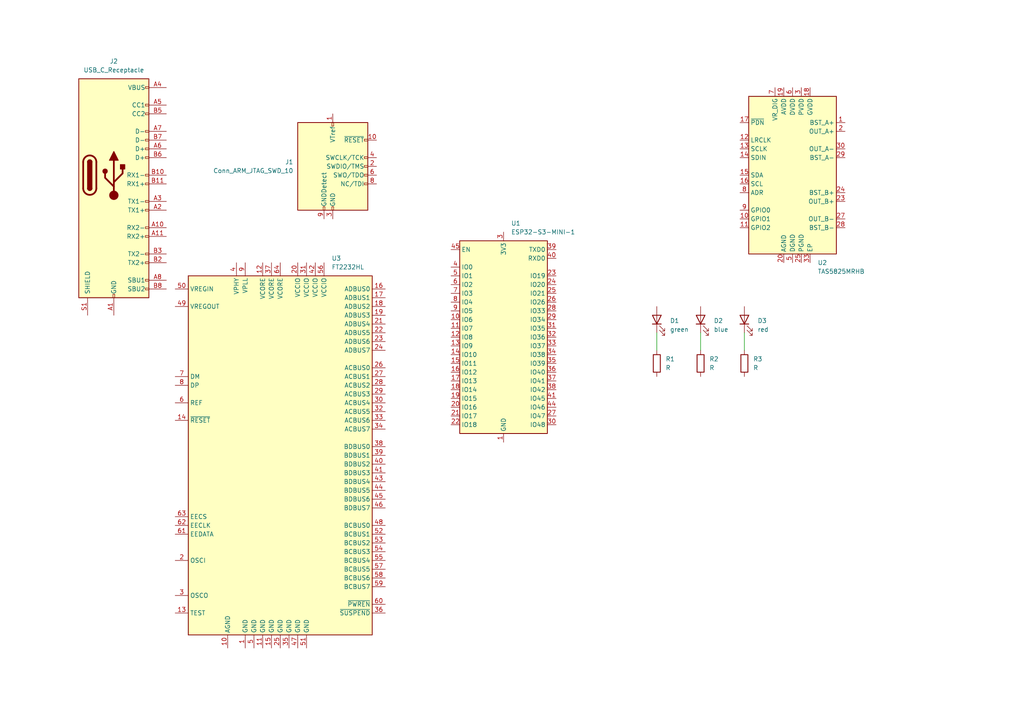
<source format=kicad_sch>
(kicad_sch (version 20231120) (generator "eeschema") (generator_version "8.0")
  (paper "A4")
  (title_block (title "soundbox"))
  (lib_symbols
    (symbol "Amplifier_Audio:TAS5825MRHB"
      (property "Reference" "U" (at -11.43 24.13 0))
      (property "Value" "TAS5825MRHB" (at 13.97 24.13 0))
      (symbol "TAS5825MRHB_0_1"
        (rectangle (start -12.7 22.86) (end 12.7 -22.86) (stroke (width 0.254)) (fill (type background)))
      )
      (symbol "TAS5825MRHB_1_1"
        (pin passive line (at 15.24 15.24 180) (length 2.54) (name "BST_A+") (number "1"))
        (pin bidirectional line (at -15.24 -12.7 0) (length 2.54) (name "GPIO1") (number "10"))
        (pin bidirectional line (at -15.24 -15.24 0) (length 2.54) (name "GPIO2") (number "11"))
        (pin input line (at -15.24 10.16 0) (length 2.54) (name "LRCLK") (number "12"))
        (pin input line (at -15.24 7.62 0) (length 2.54) (name "SCLK") (number "13"))
        (pin input line (at -15.24 5.08 0) (length 2.54) (name "SDIN") (number "14"))
        (pin bidirectional line (at -15.24 0 0) (length 2.54) (name "SDA") (number "15"))
        (pin input line (at -15.24 -2.54 0) (length 2.54) (name "SCL") (number "16"))
        (pin input line (at -15.24 15.24 0) (length 2.54) (name "~{PDN}") (number "17"))
        (pin passive line (at 5.08 25.4 270) (length 2.54) (name "GVDD") (number "18"))
        (pin passive line (at -2.54 25.4 270) (length 2.54) (name "AVDD") (number "19"))
        (pin output line (at 15.24 12.7 180) (length 2.54) (name "OUT_A+") (number "2"))
        (pin power_in line (at -2.54 -25.4 90) (length 2.54) (name "AGND") (number "20"))
        (pin passive line (at 2.54 25.4 270) (length 2.54) hide (name "PVDD") (number "21"))
        (pin passive line (at 2.54 25.4 270) (length 2.54) hide (name "PVDD") (number "22"))
        (pin output line (at 15.24 -7.62 180) (length 2.54) (name "OUT_B+") (number "23"))
        (pin passive line (at 15.24 -5.08 180) (length 2.54) (name "BST_B+") (number "24"))
        (pin power_in line (at 2.54 -25.4 90) (length 2.54) (name "PGND") (number "25"))
        (pin passive line (at 2.54 -25.4 90) (length 2.54) hide (name "PGND") (number "26"))
        (pin output line (at 15.24 -12.7 180) (length 2.54) (name "OUT_B-") (number "27"))
        (pin passive line (at 15.24 -15.24 180) (length 2.54) (name "BST_B-") (number "28"))
        (pin passive line (at 15.24 5.08 180) (length 2.54) (name "BST_A-") (number "29"))
        (pin power_in line (at 2.54 25.4 270) (length 2.54) (name "PVDD") (number "3"))
        (pin output line (at 15.24 7.62 180) (length 2.54) (name "OUT_A-") (number "30"))
        (pin passive line (at 2.54 -25.4 90) (length 2.54) hide (name "PGND") (number "31"))
        (pin passive line (at 2.54 -25.4 90) (length 2.54) hide (name "PGND") (number "32"))
        (pin passive line (at 5.08 -25.4 90) (length 2.54) (name "EP") (number "33"))
        (pin passive line (at 2.54 25.4 270) (length 2.54) hide (name "PVDD") (number "4"))
        (pin power_in line (at 0 -25.4 90) (length 2.54) (name "DGND") (number "5"))
        (pin power_in line (at 0 25.4 270) (length 2.54) (name "DVDD") (number "6"))
        (pin passive line (at -5.08 25.4 270) (length 2.54) (name "VR_DIG") (number "7"))
        (pin passive line (at -15.24 -5.08 0) (length 2.54) (name "ADR") (number "8"))
        (pin bidirectional line (at -15.24 -10.16 0) (length 2.54) (name "GPIO0") (number "9"))
      )
    )
    (symbol "Connector:Conn_ARM_JTAG_SWD_10" (pin_names (offset 1.016))
      (property "Reference" "J" (at -2.54 16.51 0))
      (property "Value" "Conn_ARM_JTAG_SWD_10" (at -2.54 13.97 0))
      (symbol "Conn_ARM_JTAG_SWD_10_0_1"
        (rectangle (start -10.16 12.7) (end 10.16 -12.7) (stroke (width 0.254)) (fill (type background)))
        (rectangle (start -2.794 -12.7) (end -2.286 -11.684))
        (rectangle (start -0.254 -12.7) (end 0.254 -11.684))
        (rectangle (start -0.254 12.7) (end 0.254 11.684))
        (rectangle (start 9.144 2.286) (end 10.16 2.794))
        (rectangle (start 10.16 -2.794) (end 9.144 -2.286))
        (rectangle (start 10.16 -0.254) (end 9.144 0.254))
        (rectangle (start 10.16 7.874) (end 9.144 7.366))
      )
      (symbol "Conn_ARM_JTAG_SWD_10_1_1"
        (rectangle (start 9.144 -5.334) (end 10.16 -4.826))
        (pin power_in line (at 0 15.24 270) (length 2.54) (name "VTref") (number "1"))
        (pin open_collector line (at 12.7 7.62 180) (length 2.54) (name "~{RESET}") (number "10"))
        (pin bidirectional line (at 12.7 0 180) (length 2.54) (name "SWDIO/TMS") (number "2"))
        (pin power_in line (at 0 -15.24 90) (length 2.54) (name "GND") (number "3"))
        (pin output line (at 12.7 2.54 180) (length 2.54) (name "SWCLK/TCK") (number "4"))
        (pin passive line (at 0 -15.24 90) (length 2.54) hide (name "GND") (number "5"))
        (pin input line (at 12.7 -2.54 180) (length 2.54) (name "SWO/TDO") (number "6"))
        (pin no_connect line (at -10.16 0 0) (length 2.54) hide (name "KEY") (number "7"))
        (pin output line (at 12.7 -5.08 180) (length 2.54) (name "NC/TDI") (number "8"))
        (pin passive line (at -2.54 -15.24 90) (length 2.54) (name "GNDDetect") (number "9"))
      )
    )
    (symbol "Connector:USB_C_Receptacle" (pin_names (offset 1.016))
      (property "Reference" "J" (at -10.16 29.21 0))
      (property "Value" "USB_C_Receptacle" (at 10.16 29.21 0))
      (symbol "USB_C_Receptacle_0_0"
        (rectangle (start -0.254 -35.56) (end 0.254 -34.544))
        (rectangle (start 10.16 -32.766) (end 9.144 -33.274))
        (rectangle (start 10.16 -30.226) (end 9.144 -30.734))
        (rectangle (start 10.16 -25.146) (end 9.144 -25.654))
        (rectangle (start 10.16 -22.606) (end 9.144 -23.114))
        (rectangle (start 10.16 -17.526) (end 9.144 -18.034))
        (rectangle (start 10.16 -14.986) (end 9.144 -15.494))
        (rectangle (start 10.16 -9.906) (end 9.144 -10.414))
        (rectangle (start 10.16 -7.366) (end 9.144 -7.874))
        (rectangle (start 10.16 -2.286) (end 9.144 -2.794))
        (rectangle (start 10.16 0.254) (end 9.144 -0.254))
        (rectangle (start 10.16 5.334) (end 9.144 4.826))
        (rectangle (start 10.16 7.874) (end 9.144 7.366))
        (rectangle (start 10.16 10.414) (end 9.144 9.906))
        (rectangle (start 10.16 12.954) (end 9.144 12.446))
        (rectangle (start 10.16 18.034) (end 9.144 17.526))
        (rectangle (start 10.16 20.574) (end 9.144 20.066))
        (rectangle (start 10.16 25.654) (end 9.144 25.146))
      )
      (symbol "USB_C_Receptacle_0_1"
        (rectangle (start -10.16 27.94) (end 10.16 -35.56) (stroke (width 0.254)) (fill (type background)))
        (arc (start -8.89 -3.81) (mid -6.985 -5.7067) (end -5.08 -3.81) (stroke (width 0.508)))
        (arc (start -7.62 -3.81) (mid -6.985 -4.4423) (end -6.35 -3.81) (stroke (width 0.254)))
        (arc (start -7.62 -3.81) (mid -6.985 -4.4423) (end -6.35 -3.81) (stroke (width 0.254)) (fill (type outline)))
        (rectangle (start -7.62 -3.81) (end -6.35 3.81) (stroke (width 0.254)) (fill (type outline)))
        (arc (start -6.35 3.81) (mid -6.985 4.4423) (end -7.62 3.81) (stroke (width 0.254)))
        (arc (start -6.35 3.81) (mid -6.985 4.4423) (end -7.62 3.81) (stroke (width 0.254)) (fill (type outline)))
        (arc (start -5.08 3.81) (mid -6.985 5.7067) (end -8.89 3.81) (stroke (width 0.508)))
        (polyline (pts (xy -8.89 -3.81) (xy -8.89 3.81)) (stroke (width 0.508)))
        (polyline (pts (xy -5.08 3.81) (xy -5.08 -3.81)) (stroke (width 0.508)))
      )
      (symbol "USB_C_Receptacle_1_1"
        (circle (center -2.54 1.143) (radius 0.635) (stroke (width 0.254)) (fill (type outline)))
        (circle (center 0 -5.842) (radius 1.27) (fill (type outline)))
        (polyline (pts (xy 0 -5.842) (xy 0 4.318)) (stroke (width 0.508)))
        (polyline (pts (xy 0 -3.302) (xy -2.54 -0.762) (xy -2.54 0.508)) (stroke (width 0.508)))
        (polyline (pts (xy 0 -2.032) (xy 2.54 0.508) (xy 2.54 1.778)) (stroke (width 0.508)))
        (polyline (pts (xy -1.27 4.318) (xy 0 6.858) (xy 1.27 4.318) (xy -1.27 4.318)) (stroke (width 0.254)) (fill (type outline)))
        (rectangle (start 1.905 1.778) (end 3.175 3.048) (stroke (width 0.254)) (fill (type outline)))
        (pin passive line (at 0 -40.64 90) (length 5.08) (name "GND") (number "A1"))
        (pin bidirectional line (at 15.24 -15.24 180) (length 5.08) (name "RX2-") (number "A10"))
        (pin bidirectional line (at 15.24 -17.78 180) (length 5.08) (name "RX2+") (number "A11"))
        (pin passive line (at 0 -40.64 90) (length 5.08) hide (name "GND") (number "A12"))
        (pin bidirectional line (at 15.24 -10.16 180) (length 5.08) (name "TX1+") (number "A2"))
        (pin bidirectional line (at 15.24 -7.62 180) (length 5.08) (name "TX1-") (number "A3"))
        (pin passive line (at 15.24 25.4 180) (length 5.08) (name "VBUS") (number "A4"))
        (pin bidirectional line (at 15.24 20.32 180) (length 5.08) (name "CC1") (number "A5"))
        (pin bidirectional line (at 15.24 7.62 180) (length 5.08) (name "D+") (number "A6"))
        (pin bidirectional line (at 15.24 12.7 180) (length 5.08) (name "D-") (number "A7"))
        (pin bidirectional line (at 15.24 -30.48 180) (length 5.08) (name "SBU1") (number "A8"))
        (pin passive line (at 15.24 25.4 180) (length 5.08) hide (name "VBUS") (number "A9"))
        (pin passive line (at 0 -40.64 90) (length 5.08) hide (name "GND") (number "B1"))
        (pin bidirectional line (at 15.24 0 180) (length 5.08) (name "RX1-") (number "B10"))
        (pin bidirectional line (at 15.24 -2.54 180) (length 5.08) (name "RX1+") (number "B11"))
        (pin passive line (at 0 -40.64 90) (length 5.08) hide (name "GND") (number "B12"))
        (pin bidirectional line (at 15.24 -25.4 180) (length 5.08) (name "TX2+") (number "B2"))
        (pin bidirectional line (at 15.24 -22.86 180) (length 5.08) (name "TX2-") (number "B3"))
        (pin passive line (at 15.24 25.4 180) (length 5.08) hide (name "VBUS") (number "B4"))
        (pin bidirectional line (at 15.24 17.78 180) (length 5.08) (name "CC2") (number "B5"))
        (pin bidirectional line (at 15.24 5.08 180) (length 5.08) (name "D+") (number "B6"))
        (pin bidirectional line (at 15.24 10.16 180) (length 5.08) (name "D-") (number "B7"))
        (pin bidirectional line (at 15.24 -33.02 180) (length 5.08) (name "SBU2") (number "B8"))
        (pin passive line (at 15.24 25.4 180) (length 5.08) hide (name "VBUS") (number "B9"))
        (pin passive line (at -7.62 -40.64 90) (length 5.08) (name "SHIELD") (number "S1"))
      )
    )
    (symbol "Device:LED" (pin_numbers hide) (pin_names (offset 1.016) hide)
      (property "Reference" "D" (at 0 2.54 0))
      (property "Value" "LED" (at 0 -2.54 0))
      (symbol "LED_0_1"
        (polyline (pts (xy -1.27 -1.27) (xy -1.27 1.27)) (stroke (width 0.254)))
        (polyline (pts (xy -1.27 0) (xy 1.27 0)))
        (polyline (pts (xy 1.27 -1.27) (xy 1.27 1.27) (xy -1.27 0) (xy 1.27 -1.27)) (stroke (width 0.254)))
        (polyline (pts (xy -3.048 -0.762) (xy -4.572 -2.286) (xy -3.81 -2.286) (xy -4.572 -2.286) (xy -4.572 -1.524)))
        (polyline (pts (xy -1.778 -0.762) (xy -3.302 -2.286) (xy -2.54 -2.286) (xy -3.302 -2.286) (xy -3.302 -1.524)))
      )
      (symbol "LED_1_1"
        (pin passive line (at -3.81 0 0) (length 2.54) (name "K") (number "1"))
        (pin passive line (at 3.81 0 180) (length 2.54) (name "A") (number "2"))
      )
    )
    (symbol "Device:R" (pin_numbers hide) (pin_names (offset 0))
      (property "Reference" "R" (at 2.032 0 90))
      (property "Value" "R" (at 0 0 90))
      (symbol "R_0_1"
        (rectangle (start -1.016 -2.54) (end 1.016 2.54) (stroke (width 0.254)))
      )
      (symbol "R_1_1"
        (pin passive line (at 0 3.81 270) (length 1.27) (name "~") (number "1"))
        (pin passive line (at 0 -3.81 90) (length 1.27) (name "~") (number "2"))
      )
    )
    (symbol "Interface_USB:FT2232HL"
      (property "Reference" "U" (at -26.67 53.34 0))
      (property "Value" "FT2232HL" (at 19.05 53.34 0))
      (symbol "FT2232HL_0_1"
        (rectangle (start -26.67 -52.07) (end 26.67 52.07) (stroke (width 0.254)) (fill (type background)))
      )
      (symbol "FT2232HL_1_1"
        (pin power_in line (at -10.16 -55.88 90) (length 3.81) (name "GND") (number "1"))
        (pin power_in line (at -15.24 -55.88 90) (length 3.81) (name "AGND") (number "10"))
        (pin power_in line (at -5.08 -55.88 90) (length 3.81) (name "GND") (number "11"))
        (pin power_in line (at -5.08 55.88 270) (length 3.81) (name "VCORE") (number "12"))
        (pin input line (at -30.48 -45.72 0) (length 3.81) (name "TEST") (number "13"))
        (pin input line (at -30.48 10.16 0) (length 3.81) (name "~{RESET}") (number "14"))
        (pin power_in line (at -2.54 -55.88 90) (length 3.81) (name "GND") (number "15"))
        (pin bidirectional line (at 30.48 48.26 180) (length 3.81) (name "ADBUS0") (number "16"))
        (pin bidirectional line (at 30.48 45.72 180) (length 3.81) (name "ADBUS1") (number "17"))
        (pin bidirectional line (at 30.48 43.18 180) (length 3.81) (name "ADBUS2") (number "18"))
        (pin bidirectional line (at 30.48 40.64 180) (length 3.81) (name "ADBUS3") (number "19"))
        (pin input line (at -30.48 -30.48 0) (length 3.81) (name "OSCI") (number "2"))
        (pin power_in line (at 5.08 55.88 270) (length 3.81) (name "VCCIO") (number "20"))
        (pin bidirectional line (at 30.48 38.1 180) (length 3.81) (name "ADBUS4") (number "21"))
        (pin bidirectional line (at 30.48 35.56 180) (length 3.81) (name "ADBUS5") (number "22"))
        (pin bidirectional line (at 30.48 33.02 180) (length 3.81) (name "ADBUS6") (number "23"))
        (pin bidirectional line (at 30.48 30.48 180) (length 3.81) (name "ADBUS7") (number "24"))
        (pin power_in line (at 0 -55.88 90) (length 3.81) (name "GND") (number "25"))
        (pin bidirectional line (at 30.48 25.4 180) (length 3.81) (name "ACBUS0") (number "26"))
        (pin bidirectional line (at 30.48 22.86 180) (length 3.81) (name "ACBUS1") (number "27"))
        (pin bidirectional line (at 30.48 20.32 180) (length 3.81) (name "ACBUS2") (number "28"))
        (pin bidirectional line (at 30.48 17.78 180) (length 3.81) (name "ACBUS3") (number "29"))
        (pin output line (at -30.48 -40.64 0) (length 3.81) (name "OSCO") (number "3"))
        (pin bidirectional line (at 30.48 15.24 180) (length 3.81) (name "ACBUS4") (number "30"))
        (pin power_in line (at 7.62 55.88 270) (length 3.81) (name "VCCIO") (number "31"))
        (pin bidirectional line (at 30.48 12.7 180) (length 3.81) (name "ACBUS5") (number "32"))
        (pin bidirectional line (at 30.48 10.16 180) (length 3.81) (name "ACBUS6") (number "33"))
        (pin bidirectional line (at 30.48 7.62 180) (length 3.81) (name "ACBUS7") (number "34"))
        (pin power_in line (at 2.54 -55.88 90) (length 3.81) (name "GND") (number "35"))
        (pin output line (at 30.48 -45.72 180) (length 3.81) (name "~{SUSPEND}") (number "36"))
        (pin power_in line (at -2.54 55.88 270) (length 3.81) (name "VCORE") (number "37"))
        (pin bidirectional line (at 30.48 2.54 180) (length 3.81) (name "BDBUS0") (number "38"))
        (pin bidirectional line (at 30.48 0 180) (length 3.81) (name "BDBUS1") (number "39"))
        (pin power_in line (at -12.7 55.88 270) (length 3.81) (name "VPHY") (number "4"))
        (pin bidirectional line (at 30.48 -2.54 180) (length 3.81) (name "BDBUS2") (number "40"))
        (pin bidirectional line (at 30.48 -5.08 180) (length 3.81) (name "BDBUS3") (number "41"))
        (pin power_in line (at 10.16 55.88 270) (length 3.81) (name "VCCIO") (number "42"))
        (pin bidirectional line (at 30.48 -7.62 180) (length 3.81) (name "BDBUS4") (number "43"))
        (pin bidirectional line (at 30.48 -10.16 180) (length 3.81) (name "BDBUS5") (number "44"))
        (pin bidirectional line (at 30.48 -12.7 180) (length 3.81) (name "BDBUS6") (number "45"))
        (pin bidirectional line (at 30.48 -15.24 180) (length 3.81) (name "BDBUS7") (number "46"))
        (pin power_in line (at 5.08 -55.88 90) (length 3.81) (name "GND") (number "47"))
        (pin bidirectional line (at 30.48 -20.32 180) (length 3.81) (name "BCBUS0") (number "48"))
        (pin power_out line (at -30.48 43.18 0) (length 3.81) (name "VREGOUT") (number "49"))
        (pin power_in line (at -7.62 -55.88 90) (length 3.81) (name "GND") (number "5"))
        (pin power_in line (at -30.48 48.26 0) (length 3.81) (name "VREGIN") (number "50"))
        (pin power_in line (at 7.62 -55.88 90) (length 3.81) (name "GND") (number "51"))
        (pin bidirectional line (at 30.48 -22.86 180) (length 3.81) (name "BCBUS1") (number "52"))
        (pin bidirectional line (at 30.48 -25.4 180) (length 3.81) (name "BCBUS2") (number "53"))
        (pin bidirectional line (at 30.48 -27.94 180) (length 3.81) (name "BCBUS3") (number "54"))
        (pin bidirectional line (at 30.48 -30.48 180) (length 3.81) (name "BCBUS4") (number "55"))
        (pin power_in line (at 12.7 55.88 270) (length 3.81) (name "VCCIO") (number "56"))
        (pin bidirectional line (at 30.48 -33.02 180) (length 3.81) (name "BCBUS5") (number "57"))
        (pin bidirectional line (at 30.48 -35.56 180) (length 3.81) (name "BCBUS6") (number "58"))
        (pin bidirectional line (at 30.48 -38.1 180) (length 3.81) (name "BCBUS7") (number "59"))
        (pin output line (at -30.48 15.24 0) (length 3.81) (name "REF") (number "6"))
        (pin output line (at 30.48 -43.18 180) (length 3.81) (name "~{PWREN}") (number "60"))
        (pin bidirectional line (at -30.48 -22.86 0) (length 3.81) (name "EEDATA") (number "61"))
        (pin output line (at -30.48 -20.32 0) (length 3.81) (name "EECLK") (number "62"))
        (pin output line (at -30.48 -17.78 0) (length 3.81) (name "EECS") (number "63"))
        (pin power_in line (at 0 55.88 270) (length 3.81) (name "VCORE") (number "64"))
        (pin bidirectional line (at -30.48 22.86 0) (length 3.81) (name "DM") (number "7"))
        (pin bidirectional line (at -30.48 20.32 0) (length 3.81) (name "DP") (number "8"))
        (pin input line (at -10.16 55.88 270) (length 3.81) (name "VPLL") (number "9"))
      )
    )
    (symbol "RF_Module:ESP32-S3-MINI-1"
      (property "Reference" "U" (at -11.43 29.21 0))
      (property "Value" "ESP32-S3-MINI-1" (at 12.7 29.21 0))
      (symbol "ESP32-S3-MINI-1_0_1"
        (rectangle (start -12.7 27.94) (end 12.7 -27.94) (stroke (width 0.254)) (fill (type background)))
      )
      (symbol "ESP32-S3-MINI-1_1_1"
        (pin power_in line (at 0 -30.48 90) (length 2.54) (name "GND") (number "1"))
        (pin bidirectional line (at -15.24 5.08 0) (length 2.54) (name "IO6") (number "10"))
        (pin bidirectional line (at -15.24 2.54 0) (length 2.54) (name "IO7") (number "11"))
        (pin bidirectional line (at -15.24 0 0) (length 2.54) (name "IO8") (number "12"))
        (pin bidirectional line (at -15.24 -2.54 0) (length 2.54) (name "IO9") (number "13"))
        (pin bidirectional line (at -15.24 -5.08 0) (length 2.54) (name "IO10") (number "14"))
        (pin bidirectional line (at -15.24 -7.62 0) (length 2.54) (name "IO11") (number "15"))
        (pin bidirectional line (at -15.24 -10.16 0) (length 2.54) (name "IO12") (number "16"))
        (pin bidirectional line (at -15.24 -12.7 0) (length 2.54) (name "IO13") (number "17"))
        (pin bidirectional line (at -15.24 -15.24 0) (length 2.54) (name "IO14") (number "18"))
        (pin bidirectional line (at -15.24 -17.78 0) (length 2.54) (name "IO15") (number "19"))
        (pin passive line (at 0 -30.48 90) (length 2.54) hide (name "GND") (number "2"))
        (pin bidirectional line (at -15.24 -20.32 0) (length 2.54) (name "IO16") (number "20"))
        (pin bidirectional line (at -15.24 -22.86 0) (length 2.54) (name "IO17") (number "21"))
        (pin bidirectional line (at -15.24 -25.4 0) (length 2.54) (name "IO18") (number "22"))
        (pin bidirectional line (at 15.24 17.78 180) (length 2.54) (name "IO19") (number "23"))
        (pin bidirectional line (at 15.24 15.24 180) (length 2.54) (name "IO20") (number "24"))
        (pin bidirectional line (at 15.24 12.7 180) (length 2.54) (name "IO21") (number "25"))
        (pin bidirectional line (at 15.24 10.16 180) (length 2.54) (name "IO26") (number "26"))
        (pin bidirectional line (at 15.24 -22.86 180) (length 2.54) (name "IO47") (number "27"))
        (pin bidirectional line (at 15.24 7.62 180) (length 2.54) (name "IO33") (number "28"))
        (pin bidirectional line (at 15.24 5.08 180) (length 2.54) (name "IO34") (number "29"))
        (pin power_in line (at 0 30.48 270) (length 2.54) (name "3V3") (number "3"))
        (pin bidirectional line (at 15.24 -25.4 180) (length 2.54) (name "IO48") (number "30"))
        (pin bidirectional line (at 15.24 2.54 180) (length 2.54) (name "IO35") (number "31"))
        (pin bidirectional line (at 15.24 0 180) (length 2.54) (name "IO36") (number "32"))
        (pin bidirectional line (at 15.24 -2.54 180) (length 2.54) (name "IO37") (number "33"))
        (pin bidirectional line (at 15.24 -5.08 180) (length 2.54) (name "IO38") (number "34"))
        (pin bidirectional line (at 15.24 -7.62 180) (length 2.54) (name "IO39") (number "35"))
        (pin bidirectional line (at 15.24 -10.16 180) (length 2.54) (name "IO40") (number "36"))
        (pin bidirectional line (at 15.24 -12.7 180) (length 2.54) (name "IO41") (number "37"))
        (pin bidirectional line (at 15.24 -15.24 180) (length 2.54) (name "IO42") (number "38"))
        (pin bidirectional line (at 15.24 25.4 180) (length 2.54) (name "TXD0") (number "39"))
        (pin bidirectional line (at -15.24 20.32 0) (length 2.54) (name "IO0") (number "4"))
        (pin bidirectional line (at 15.24 22.86 180) (length 2.54) (name "RXD0") (number "40"))
        (pin bidirectional line (at 15.24 -17.78 180) (length 2.54) (name "IO45") (number "41"))
        (pin passive line (at 0 -30.48 90) (length 2.54) hide (name "GND") (number "42"))
        (pin passive line (at 0 -30.48 90) (length 2.54) hide (name "GND") (number "43"))
        (pin bidirectional line (at 15.24 -20.32 180) (length 2.54) (name "IO46") (number "44"))
        (pin input line (at -15.24 25.4 0) (length 2.54) (name "EN") (number "45"))
        (pin passive line (at 0 -30.48 90) (length 2.54) hide (name "GND") (number "46"))
        (pin passive line (at 0 -30.48 90) (length 2.54) hide (name "GND") (number "47"))
        (pin passive line (at 0 -30.48 90) (length 2.54) hide (name "GND") (number "48"))
        (pin passive line (at 0 -30.48 90) (length 2.54) hide (name "GND") (number "49"))
        (pin bidirectional line (at -15.24 17.78 0) (length 2.54) (name "IO1") (number "5"))
        (pin passive line (at 0 -30.48 90) (length 2.54) hide (name "GND") (number "50"))
        (pin passive line (at 0 -30.48 90) (length 2.54) hide (name "GND") (number "51"))
        (pin passive line (at 0 -30.48 90) (length 2.54) hide (name "GND") (number "52"))
        (pin passive line (at 0 -30.48 90) (length 2.54) hide (name "GND") (number "53"))
        (pin passive line (at 0 -30.48 90) (length 2.54) hide (name "GND") (number "54"))
        (pin passive line (at 0 -30.48 90) (length 2.54) hide (name "GND") (number "55"))
        (pin passive line (at 0 -30.48 90) (length 2.54) hide (name "GND") (number "56"))
        (pin passive line (at 0 -30.48 90) (length 2.54) hide (name "GND") (number "57"))
        (pin passive line (at 0 -30.48 90) (length 2.54) hide (name "GND") (number "58"))
        (pin passive line (at 0 -30.48 90) (length 2.54) hide (name "GND") (number "59"))
        (pin bidirectional line (at -15.24 15.24 0) (length 2.54) (name "IO2") (number "6"))
        (pin passive line (at 0 -30.48 90) (length 2.54) hide (name "GND") (number "60"))
        (pin passive line (at 0 -30.48 90) (length 2.54) hide (name "GND") (number "61"))
        (pin passive line (at 0 -30.48 90) (length 2.54) hide (name "GND") (number "62"))
        (pin passive line (at 0 -30.48 90) (length 2.54) hide (name "GND") (number "63"))
        (pin passive line (at 0 -30.48 90) (length 2.54) hide (name "GND") (number "64"))
        (pin passive line (at 0 -30.48 90) (length 2.54) hide (name "GND") (number "65"))
        (pin bidirectional line (at -15.24 12.7 0) (length 2.54) (name "IO3") (number "7"))
        (pin bidirectional line (at -15.24 10.16 0) (length 2.54) (name "IO4") (number "8"))
        (pin bidirectional line (at -15.24 7.62 0) (length 2.54) (name "IO5") (number "9"))
      )
    )
  )
  (wire (pts (xy 190.5 96.52) (xy 190.5 101.6)))
  (wire (pts (xy 203.2 96.52) (xy 203.2 101.6)))
  (wire (pts (xy 215.9 96.52) (xy 215.9 101.6)))
  (symbol (lib_id "RF_Module:ESP32-S3-MINI-1") (at 146.05 97.79 0) (unit 1)
    (property "Reference" "U1" (at 148.2441 64.77 0) (effects (justify left)))
    (property "Value" "ESP32-S3-MINI-1" (at 148.2441 67.31 0) (effects (justify left)))
    (property "Footprint" "RF_Module:ESP32-S2-MINI-1" (effects (hide yes)))
    (property "Datasheet" "https://www.espressif.com/sites/default/files/documentation/esp32-s3-mini-1_mini-1u_datasheet_en.pdf" (effects (hide yes)))
    (property "Description" "RF Module, ESP32-S3 SoC, Wi-Fi 802.11b/g/n, Bluetooth, BLE, 32-bit, 3.3V, SMD, onboard antenna" (effects (hide yes)))
  )
  (symbol (lib_id "Connector:Conn_ARM_JTAG_SWD_10") (at 96.52 48.26 0) (unit 1)
    (property "Reference" "J1" (at 85.09 46.9899 0) (effects (justify right)))
    (property "Value" "Conn_ARM_JTAG_SWD_10" (at 85.09 49.5299 0) (effects (justify right)))
    (property "Datasheet" "http://infocenter.arm.com/help/topic/com.arm.doc.ddi0314h/DDI0314H_coresight_components_trm.pdf" (effects (hide yes)))
    (property "Description" "Cortex Debug Connector, standard ARM Cortex-M SWD and JTAG interface" (effects (hide yes)))
  )
  (symbol (lib_id "Device:R") (at 215.9 105.41 0) (unit 1)
    (property "Reference" "R3" (at 218.44 104.1399 0) (effects (justify left)))
    (property "Value" "R" (at 218.44 106.6799 0) (effects (justify left)))
    (property "Description" "Resistor" (effects (hide yes)))
  )
  (symbol (lib_id "Connector:USB_C_Receptacle") (at 33.02 50.8 0) (unit 1)
    (property "Reference" "J2" (at 33.02 17.78 0))
    (property "Value" "USB_C_Receptacle" (at 33.02 20.32 0))
    (property "Datasheet" "https://www.usb.org/sites/default/files/documents/usb_type-c.zip" (effects (hide yes)))
    (property "Description" "USB Full-Featured Type-C Receptacle connector" (effects (hide yes)))
  )
  (symbol (lib_id "Device:R") (at 203.2 105.41 0) (unit 1)
    (property "Reference" "R2" (at 205.74 104.1399 0) (effects (justify left)))
    (property "Value" "R" (at 205.74 106.6799 0) (effects (justify left)))
    (property "Description" "Resistor" (effects (hide yes)))
  )
  (symbol (lib_id "Amplifier_Audio:TAS5825MRHB") (at 229.87 50.8 0) (unit 1)
    (property "Reference" "U2" (at 237.1441 76.2 0) (effects (justify left)))
    (property "Value" "TAS5825MRHB" (at 237.1441 78.74 0) (effects (justify left)))
    (property "Footprint" "Package_DFN_QFN:VQFN-32-1EP_5x5mm_P0.5mm_EP3.1x3.1mm" (effects (hide yes)))
    (property "Datasheet" "www.ti.com/lit/ds/symlink/tas5825m.pdf" (effects (hide yes)))
    (property "Description" "38-W Stereo, Inductor-Less, Digital Input, Closed-Loop Class-D Audio Amplifier with 192-kHz Extended Audio Processing, VQFN-32" (effects (hide yes)))
  )
  (symbol (lib_id "Interface_USB:FT2232HL") (at 81.28 132.08 0) (unit 1)
    (property "Reference" "U3" (at 96.1741 74.93 0) (effects (justify left)))
    (property "Value" "FT2232HL" (at 96.1741 77.47 0) (effects (justify left)))
    (property "Footprint" "Package_QFP:LQFP-64_10x10mm_P0.5mm" (effects (hide yes)))
    (property "Datasheet" "https://www.ftdichip.com/Support/Documents/DataSheets/ICs/DS_FT2232H.pdf" (effects (hide yes)))
    (property "Description" "Hi Speed Double Channel USB UART/FIFO, LQFP-64" (effects (hide yes)))
  )
  (symbol (lib_id "Device:LED") (at 190.5 92.71 90) (unit 1)
    (property "Reference" "D1" (at 194.31 93.0274 90) (effects (justify right)))
    (property "Value" "green" (at 194.31 95.5674 90) (effects (justify right)))
    (property "Description" "Light emitting diode" (effects (hide yes)))
  )
  (symbol (lib_id "Device:R") (at 190.5 105.41 0) (unit 1)
    (property "Reference" "R1" (at 193.04 104.1399 0) (effects (justify left)))
    (property "Value" "R" (at 193.04 106.6799 0) (effects (justify left)))
    (property "Description" "Resistor" (effects (hide yes)))
  )
  (symbol (lib_id "Device:LED") (at 215.9 92.71 90) (unit 1)
    (property "Reference" "D3" (at 219.71 93.0274 90) (effects (justify right)))
    (property "Value" "red" (at 219.71 95.5674 90) (effects (justify right)))
    (property "Description" "Light emitting diode" (effects (hide yes)))
  )
  (symbol (lib_id "Device:LED") (at 203.2 92.71 90) (unit 1)
    (property "Reference" "D2" (at 207.01 93.0274 90) (effects (justify right)))
    (property "Value" "blue" (at 207.01 95.5674 90) (effects (justify right)))
    (property "Description" "Light emitting diode" (effects (hide yes)))
  )
)
</source>
